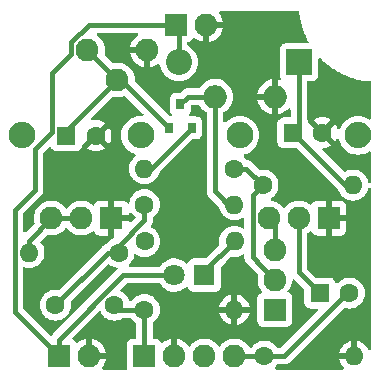
<source format=gtl>
%TF.GenerationSoftware,KiCad,Pcbnew,(5.99.0-3499-gca2252686-dirty)*%
%TF.CreationDate,2020-09-23T10:30:12+03:00*%
%TF.ProjectId,omega,6f6d6567-612e-46b6-9963-61645f706362,rev?*%
%TF.SameCoordinates,Original*%
%TF.FileFunction,Copper,L1,Top*%
%TF.FilePolarity,Positive*%
%FSLAX46Y46*%
G04 Gerber Fmt 4.6, Leading zero omitted, Abs format (unit mm)*
G04 Created by KiCad (PCBNEW (5.99.0-3499-gca2252686-dirty)) date 2020-09-23 10:30:12*
%MOMM*%
%LPD*%
G01*
G04 APERTURE LIST*
%TA.AperFunction,ComponentPad*%
%ADD10O,1.600000X1.600000*%
%TD*%
%TA.AperFunction,ComponentPad*%
%ADD11C,1.600000*%
%TD*%
%TA.AperFunction,ComponentPad*%
%ADD12C,1.800000*%
%TD*%
%TA.AperFunction,ComponentPad*%
%ADD13R,1.800000X1.800000*%
%TD*%
%TA.AperFunction,ComponentPad*%
%ADD14R,1.600000X1.600000*%
%TD*%
%TA.AperFunction,ComponentPad*%
%ADD15O,1.930400X1.930400*%
%TD*%
%TA.AperFunction,ComponentPad*%
%ADD16R,1.930400X1.930400*%
%TD*%
%TA.AperFunction,ComponentPad*%
%ADD17O,2.250000X2.250000*%
%TD*%
%TA.AperFunction,SMDPad,CuDef*%
%ADD18R,0.800000X0.900000*%
%TD*%
%TA.AperFunction,ComponentPad*%
%ADD19R,2.200000X2.200000*%
%TD*%
%TA.AperFunction,ComponentPad*%
%ADD20O,2.200000X2.200000*%
%TD*%
%TA.AperFunction,ComponentPad*%
%ADD21O,2.000000X2.000000*%
%TD*%
%TA.AperFunction,Conductor*%
%ADD22C,0.400000*%
%TD*%
G04 APERTURE END LIST*
D10*
%TO.P,R7,2*%
%TO.N,Net-(D2-Pad1)*%
X110246117Y-72324058D03*
D11*
%TO.P,R7,1*%
%TO.N,LED-*%
X102626117Y-72324058D03*
%TD*%
D12*
%TO.P,D2,2,A*%
%TO.N,+9V*%
X105156000Y-75184000D03*
D13*
%TO.P,D2,1,K*%
%TO.N,Net-(D2-Pad1)*%
X107696000Y-75184000D03*
%TD*%
D11*
%TO.P,C3,2*%
%TO.N,GND*%
X117689000Y-63119000D03*
D14*
%TO.P,C3,1*%
%TO.N,VCC*%
X115189000Y-63119000D03*
%TD*%
D15*
%TO.P,Q2,3,S*%
%TO.N,Net-(Q2-Pad3)*%
X113665000Y-73025000D03*
%TO.P,Q2,2,G*%
%TO.N,Net-(Q2-Pad2)*%
X113665000Y-75565000D03*
D16*
%TO.P,Q2,1,D*%
%TO.N,VCC*%
X113665000Y-78105000D03*
%TD*%
D17*
%TO.P,RV3,*%
%TO.N,*%
X120697000Y-63358000D03*
X110697000Y-63358000D03*
D15*
%TO.P,RV3,3,3*%
%TO.N,Net-(Q2-Pad3)*%
X113157000Y-70358000D03*
%TO.P,RV3,2,2*%
%TO.N,Net-(C7-Pad1)*%
X115697000Y-70358000D03*
D16*
%TO.P,RV3,1,1*%
%TO.N,GND*%
X118237000Y-70358000D03*
%TD*%
D17*
%TO.P,RV1,*%
%TO.N,*%
X102282000Y-63358000D03*
X92282000Y-63358000D03*
D15*
%TO.P,RV1,3,3*%
%TO.N,Net-(R2-Pad2)*%
X94742000Y-70358000D03*
%TO.P,RV1,2,2*%
X97282000Y-70358000D03*
D16*
%TO.P,RV1,1,1*%
%TO.N,GND*%
X99822000Y-70358000D03*
%TD*%
D11*
%TO.P,R5,1*%
%TO.N,Net-(Q2-Pad2)*%
X112649000Y-67564000D03*
D10*
%TO.P,R5,2*%
%TO.N,VCC*%
X120269000Y-67564000D03*
%TD*%
D11*
%TO.P,R2,1*%
%TO.N,Net-(C1-Pad2)*%
X100457000Y-73279000D03*
D10*
%TO.P,R2,2*%
%TO.N,Net-(R2-Pad2)*%
X92837000Y-73279000D03*
%TD*%
D18*
%TO.P,Q1,1,D*%
%TO.N,Net-(C6-Pad1)*%
X104714000Y-62722000D03*
%TO.P,Q1,2,S*%
%TO.N,Net-(Q1-Pad2)*%
X106614000Y-62722000D03*
%TO.P,Q1,3,G*%
%TO.N,Net-(C2-Pad1)*%
X105664000Y-60722000D03*
%TD*%
D11*
%TO.P,R3,1*%
%TO.N,Net-(C1-Pad2)*%
X102616000Y-69215000D03*
D10*
%TO.P,R3,2*%
%TO.N,Net-(C2-Pad1)*%
X110236000Y-69215000D03*
%TD*%
D19*
%TO.P,D1,1,K*%
%TO.N,VCC*%
X115697000Y-57150000D03*
D20*
%TO.P,D1,2,A*%
%TO.N,+9V*%
X105537000Y-57150000D03*
%TD*%
D14*
%TO.P,C6,1*%
%TO.N,Net-(C6-Pad1)*%
X96012000Y-63373000D03*
D11*
%TO.P,C6,2*%
%TO.N,GND*%
X98512000Y-63373000D03*
%TD*%
%TO.P,R4,1*%
%TO.N,Net-(Q2-Pad2)*%
X110236000Y-66167000D03*
D10*
%TO.P,R4,2*%
%TO.N,Net-(Q1-Pad2)*%
X102616000Y-66167000D03*
%TD*%
D16*
%TO.P,J3,1,Pin_1*%
%TO.N,+9V*%
X95377000Y-82042000D03*
D15*
%TO.P,J3,2,Pin_2*%
%TO.N,GND*%
X97917000Y-82042000D03*
%TD*%
D16*
%TO.P,J1,1,Pin_1*%
%TO.N,IN*%
X102616000Y-82042000D03*
D15*
%TO.P,J1,2,Pin_2*%
%TO.N,GND*%
X105156000Y-82042000D03*
%TO.P,J1,3,Pin_3*%
%TO.N,LED-*%
X107696000Y-82042000D03*
%TO.P,J1,4,Pin_4*%
%TO.N,OUT*%
X110236000Y-82042000D03*
%TD*%
D21*
%TO.P,C2,1*%
%TO.N,Net-(C2-Pad1)*%
X108585000Y-60071000D03*
%TO.P,C2,2*%
%TO.N,GND*%
X113665000Y-60071000D03*
%TD*%
D11*
%TO.P,C1,1*%
%TO.N,IN*%
X100076000Y-77724000D03*
%TO.P,C1,2*%
%TO.N,Net-(C1-Pad2)*%
X95076000Y-77724000D03*
%TD*%
D16*
%TO.P,J2,1,Pin_1*%
%TO.N,+9V*%
X105283000Y-53975000D03*
D15*
%TO.P,J2,2,Pin_2*%
%TO.N,GND*%
X107823000Y-53975000D03*
%TD*%
D14*
%TO.P,C7,1*%
%TO.N,Net-(C7-Pad1)*%
X117475000Y-76708000D03*
D11*
%TO.P,C7,2*%
%TO.N,OUT*%
X119975000Y-76708000D03*
%TD*%
D15*
%TO.P,RV2,1,1*%
%TO.N,GND*%
X102870000Y-56134000D03*
%TO.P,RV2,2,2*%
%TO.N,Net-(C6-Pad1)*%
X100330000Y-58674000D03*
%TO.P,RV2,3,3*%
X97790000Y-56134000D03*
%TD*%
D11*
%TO.P,R1,1*%
%TO.N,IN*%
X102616000Y-78105000D03*
D10*
%TO.P,R1,2*%
%TO.N,GND*%
X110236000Y-78105000D03*
%TD*%
D11*
%TO.P,R6,1*%
%TO.N,OUT*%
X112776000Y-82042000D03*
D10*
%TO.P,R6,2*%
%TO.N,GND*%
X120396000Y-82042000D03*
%TD*%
D22*
%TO.N,Net-(C1-Pad2)*%
X100457000Y-73279000D02*
X100457000Y-72717173D01*
X102616000Y-70558173D02*
X102616000Y-69215000D01*
X100457000Y-72717173D02*
X102616000Y-70558173D01*
%TO.N,Net-(C2-Pad1)*%
X108585000Y-60071000D02*
X106315000Y-60071000D01*
X106315000Y-60071000D02*
X105664000Y-60722000D01*
%TO.N,VCC*%
X115697000Y-57150000D02*
X115697000Y-62611000D01*
X115697000Y-62611000D02*
X115189000Y-63119000D01*
%TO.N,+9V*%
X105537000Y-57150000D02*
X105537000Y-54229000D01*
X105537000Y-54229000D02*
X105283000Y-53975000D01*
X97928502Y-53975000D02*
X105283000Y-53975000D01*
X93345000Y-64552002D02*
X94811999Y-63085003D01*
X96424799Y-56483201D02*
X96424799Y-55478703D01*
X96424799Y-55478703D02*
X97928502Y-53975000D01*
X94811999Y-63085003D02*
X94811999Y-58096001D01*
X91636999Y-69653001D02*
X93345000Y-67945000D01*
X94811999Y-58096001D02*
X96424799Y-56483201D01*
X95377000Y-82042000D02*
X91636999Y-78301999D01*
X93345000Y-67945000D02*
X93345000Y-64552002D01*
X91636999Y-78301999D02*
X91636999Y-69653001D01*
X95377000Y-80646998D02*
X100839998Y-75184000D01*
X95377000Y-82042000D02*
X95377000Y-80646998D01*
X100839998Y-75184000D02*
X105156000Y-75184000D01*
%TO.N,Net-(C6-Pad1)*%
X104714000Y-62722000D02*
X100666000Y-58674000D01*
X100666000Y-58674000D02*
X100330000Y-58674000D01*
%TO.N,Net-(Q1-Pad2)*%
X102616000Y-66167000D02*
X103169000Y-66167000D01*
X103169000Y-66167000D02*
X106614000Y-62722000D01*
%TO.N,Net-(D2-Pad1)*%
X107696000Y-75184000D02*
X107696000Y-74874175D01*
X107696000Y-74874175D02*
X110246117Y-72324058D01*
%TO.N,Net-(Q2-Pad2)*%
X110236000Y-66167000D02*
X111252000Y-66167000D01*
X111252000Y-66167000D02*
X112649000Y-67564000D01*
%TO.N,Net-(C2-Pad1)*%
X108585000Y-66675000D02*
X108585000Y-60071000D01*
X108585000Y-68072000D02*
X108585000Y-66675000D01*
X110236000Y-69723000D02*
X108585000Y-68072000D01*
%TO.N,Net-(Q2-Pad2)*%
X113665000Y-75565000D02*
X112522000Y-74422000D01*
X112649000Y-67564000D02*
X111791799Y-68421201D01*
X111791799Y-68421201D02*
X111791799Y-73691799D01*
X111791799Y-73691799D02*
X112522000Y-74422000D01*
%TO.N,Net-(C1-Pad2)*%
X95076000Y-77724000D02*
X99521000Y-73279000D01*
X99521000Y-73279000D02*
X100457000Y-73279000D01*
%TO.N,Net-(R2-Pad2)*%
X92837000Y-73279000D02*
X92837000Y-72263000D01*
X92837000Y-72263000D02*
X94742000Y-70358000D01*
%TO.N,OUT*%
X110236000Y-82042000D02*
X112776000Y-82042000D01*
%TO.N,VCC*%
X115189000Y-63119000D02*
X119634000Y-67564000D01*
X119634000Y-67564000D02*
X120269000Y-67564000D01*
X115189000Y-57277000D02*
X115443000Y-57023000D01*
%TO.N,IN*%
X102616000Y-78105000D02*
X100457000Y-78105000D01*
X100457000Y-78105000D02*
X100076000Y-77724000D01*
X102616000Y-82042000D02*
X102616000Y-78105000D01*
%TO.N,Net-(Q2-Pad3)*%
X113665000Y-73025000D02*
X113665000Y-70866000D01*
X113665000Y-70866000D02*
X113157000Y-70358000D01*
%TO.N,OUT*%
X112776000Y-82042000D02*
X114461002Y-82042000D01*
X119795002Y-76708000D02*
X119975000Y-76708000D01*
X114461002Y-82042000D02*
X119795002Y-76708000D01*
%TO.N,Net-(C7-Pad1)*%
X115697000Y-70358000D02*
X115697000Y-74930000D01*
X115697000Y-74930000D02*
X117475000Y-76708000D01*
%TO.N,Net-(R2-Pad2)*%
X94742000Y-70358000D02*
X97282000Y-70358000D01*
%TO.N,Net-(C6-Pad1)*%
X100330000Y-58674000D02*
X96012000Y-62992000D01*
X96012000Y-62992000D02*
X96012000Y-63373000D01*
X97790000Y-56134000D02*
X100330000Y-58674000D01*
%TD*%
%TA.AperFunction,Conductor*%
%TO.N,GND*%
G36*
X115737656Y-53009802D02*
G01*
X115761718Y-53234710D01*
X115762340Y-53253875D01*
X115765630Y-53271280D01*
X115766788Y-53282095D01*
X115767173Y-53285690D01*
X115771795Y-53303881D01*
X115855416Y-53746137D01*
X115857572Y-53765187D01*
X115862249Y-53782274D01*
X115864941Y-53796513D01*
X115871007Y-53814275D01*
X115915270Y-53975997D01*
X115989824Y-54248389D01*
X115992098Y-54260023D01*
X115993503Y-54267215D01*
X115999537Y-54283877D01*
X116000496Y-54287378D01*
X116003362Y-54297851D01*
X116010828Y-54315058D01*
X116143326Y-54680938D01*
X116164087Y-54738267D01*
X116169260Y-54756724D01*
X116176608Y-54772843D01*
X116181543Y-54786470D01*
X116190371Y-54803034D01*
X116373042Y-55203741D01*
X116377067Y-55212571D01*
X116383705Y-55230558D01*
X116383707Y-55230561D01*
X116383707Y-55230562D01*
X116392324Y-55246039D01*
X116398337Y-55259229D01*
X116408459Y-55275021D01*
X116554318Y-55537000D01*
X114596998Y-55537000D01*
X114383895Y-55583358D01*
X114383894Y-55583359D01*
X114383892Y-55583359D01*
X114261056Y-55662300D01*
X114261055Y-55662301D01*
X114225830Y-55702953D01*
X114165437Y-55772651D01*
X114104780Y-55905471D01*
X114104780Y-55905474D01*
X114084000Y-56049997D01*
X114084000Y-58250002D01*
X114167831Y-58635361D01*
X113919000Y-58583378D01*
X113919000Y-61557774D01*
X114061693Y-61531070D01*
X114290027Y-61448864D01*
X114502282Y-61331209D01*
X114692996Y-61181133D01*
X114769753Y-61097660D01*
X114830586Y-61061055D01*
X114901551Y-61063150D01*
X114960119Y-61103279D01*
X114988501Y-61182945D01*
X114988501Y-61806000D01*
X114388998Y-61806000D01*
X114175895Y-61852358D01*
X114175894Y-61852359D01*
X114175892Y-61852359D01*
X114053056Y-61931300D01*
X114053055Y-61931301D01*
X113981498Y-62013883D01*
X113957437Y-62041651D01*
X113896780Y-62174471D01*
X113896780Y-62174474D01*
X113876000Y-62318997D01*
X113876000Y-63919002D01*
X113915730Y-64101636D01*
X113922359Y-64132108D01*
X114001300Y-64254944D01*
X114111651Y-64350563D01*
X114244471Y-64411220D01*
X114316736Y-64421610D01*
X114388997Y-64432000D01*
X115500031Y-64432000D01*
X119018376Y-67950346D01*
X119035184Y-68013072D01*
X119131909Y-68220500D01*
X119259390Y-68402561D01*
X119263187Y-68407984D01*
X119425016Y-68569813D01*
X119612501Y-68701092D01*
X119687999Y-68736297D01*
X119819928Y-68797816D01*
X120041000Y-68857053D01*
X120269000Y-68877000D01*
X120497000Y-68857053D01*
X120718072Y-68797816D01*
X120850001Y-68736297D01*
X120925499Y-68701092D01*
X121112984Y-68569813D01*
X121274813Y-68407984D01*
X121406092Y-68220499D01*
X121441297Y-68145001D01*
X121502816Y-68013072D01*
X121536056Y-67889021D01*
X121544795Y-67856409D01*
X121581747Y-67795786D01*
X121645607Y-67764765D01*
X121716102Y-67773195D01*
X121770848Y-67818398D01*
X121792501Y-67889020D01*
X121792500Y-74636531D01*
X121792500Y-81373456D01*
X121772498Y-81441577D01*
X121718842Y-81488070D01*
X121648568Y-81498174D01*
X121583988Y-81468680D01*
X121552305Y-81426705D01*
X121533091Y-81385501D01*
X121401813Y-81198016D01*
X121239984Y-81036187D01*
X121052499Y-80904908D01*
X120845076Y-80808186D01*
X120650000Y-80755915D01*
X120650000Y-82296000D01*
X119109915Y-82296000D01*
X119162186Y-82491076D01*
X119258908Y-82698499D01*
X119390187Y-82885984D01*
X119473608Y-82969405D01*
X119507634Y-83031717D01*
X119502569Y-83102532D01*
X119460022Y-83159368D01*
X119384513Y-83184500D01*
X113787487Y-83184500D01*
X113719366Y-83164498D01*
X113672873Y-83110842D01*
X113662769Y-83040568D01*
X113698392Y-82969405D01*
X113781813Y-82885984D01*
X113876681Y-82750500D01*
X114439351Y-82750500D01*
X114478679Y-82753181D01*
X114498342Y-82754522D01*
X114498343Y-82754522D01*
X114541296Y-82747025D01*
X114564511Y-82742974D01*
X114604624Y-82738120D01*
X114631199Y-82734904D01*
X114648747Y-82728273D01*
X114667224Y-82725048D01*
X114728728Y-82698050D01*
X114791564Y-82674306D01*
X114807026Y-82663679D01*
X114824203Y-82656139D01*
X114877485Y-82615254D01*
X114932848Y-82577204D01*
X114974368Y-82530603D01*
X115716971Y-81788000D01*
X119109915Y-81788000D01*
X120142000Y-81788000D01*
X120142000Y-80755915D01*
X119946924Y-80808186D01*
X119739501Y-80904908D01*
X119552016Y-81036187D01*
X119390187Y-81198016D01*
X119258908Y-81385501D01*
X119162186Y-81592924D01*
X119109915Y-81788000D01*
X115716971Y-81788000D01*
X119555289Y-77949683D01*
X119746995Y-78001052D01*
X119746997Y-78001052D01*
X119747000Y-78001053D01*
X119975000Y-78021000D01*
X120203000Y-78001053D01*
X120424072Y-77941816D01*
X120563079Y-77876996D01*
X120631499Y-77845092D01*
X120818984Y-77713813D01*
X120980813Y-77551984D01*
X121112092Y-77364499D01*
X121153858Y-77274930D01*
X121208816Y-77157072D01*
X121268053Y-76936000D01*
X121288000Y-76708000D01*
X121268053Y-76480000D01*
X121208816Y-76258928D01*
X121138979Y-76109162D01*
X121112092Y-76051501D01*
X120980813Y-75864016D01*
X120818984Y-75702187D01*
X120631499Y-75570908D01*
X120541377Y-75528884D01*
X120424072Y-75474184D01*
X120203000Y-75414947D01*
X119975000Y-75395000D01*
X119747000Y-75414947D01*
X119525928Y-75474184D01*
X119408623Y-75528884D01*
X119318501Y-75570908D01*
X119131016Y-75702187D01*
X118975680Y-75857523D01*
X118913368Y-75891549D01*
X118842553Y-75886484D01*
X118785717Y-75843937D01*
X118763465Y-75795212D01*
X118741642Y-75694895D01*
X118741641Y-75694894D01*
X118741641Y-75694892D01*
X118662700Y-75572056D01*
X118612877Y-75528884D01*
X118552349Y-75476437D01*
X118547416Y-75474184D01*
X118419529Y-75415780D01*
X118347265Y-75405390D01*
X118275003Y-75395000D01*
X117163970Y-75395000D01*
X116405500Y-74636531D01*
X116405500Y-71662240D01*
X116491987Y-71600549D01*
X116651116Y-71487043D01*
X116651119Y-71487040D01*
X116735032Y-71427185D01*
X116884101Y-71659145D01*
X116994451Y-71754763D01*
X117127274Y-71815420D01*
X117271797Y-71836200D01*
X117983000Y-71836200D01*
X117983000Y-70612000D01*
X118491000Y-70612000D01*
X118491000Y-71836200D01*
X119202202Y-71836200D01*
X119415305Y-71789842D01*
X119538145Y-71710899D01*
X119633763Y-71600549D01*
X119694420Y-71467726D01*
X119715200Y-71323203D01*
X119715200Y-70612000D01*
X118491000Y-70612000D01*
X117983000Y-70612000D01*
X117983000Y-68879800D01*
X118491000Y-68879800D01*
X118491000Y-70104000D01*
X119715200Y-70104000D01*
X119715200Y-69392798D01*
X119668842Y-69179695D01*
X119589899Y-69056855D01*
X119479549Y-68961237D01*
X119346726Y-68900580D01*
X119202203Y-68879800D01*
X118491000Y-68879800D01*
X117983000Y-68879800D01*
X117271798Y-68879800D01*
X117058695Y-68926158D01*
X116935855Y-69005101D01*
X116840237Y-69115451D01*
X116750232Y-69312533D01*
X116705132Y-69276915D01*
X116705130Y-69276913D01*
X116515023Y-69126776D01*
X116515024Y-69126776D01*
X116515022Y-69126775D01*
X116302951Y-69009705D01*
X116262278Y-68995302D01*
X116074600Y-68928842D01*
X116074598Y-68928842D01*
X116074596Y-68928841D01*
X115901832Y-68898067D01*
X115836111Y-68886360D01*
X115593886Y-68883401D01*
X115593882Y-68883401D01*
X115354430Y-68920043D01*
X115124171Y-68995302D01*
X114909303Y-69107156D01*
X114909302Y-69107157D01*
X114715584Y-69252605D01*
X114658316Y-69312533D01*
X114548223Y-69427739D01*
X114425875Y-69607092D01*
X114328165Y-69456085D01*
X114165131Y-69276913D01*
X113975022Y-69126775D01*
X113762951Y-69009705D01*
X113722278Y-68995302D01*
X113534600Y-68928842D01*
X113534598Y-68928842D01*
X113534596Y-68928841D01*
X113391403Y-68903334D01*
X113327845Y-68871696D01*
X113291482Y-68810719D01*
X113293859Y-68739762D01*
X113341228Y-68676074D01*
X113492984Y-68569813D01*
X113654813Y-68407984D01*
X113786092Y-68220499D01*
X113821297Y-68145001D01*
X113882816Y-68013072D01*
X113942053Y-67792000D01*
X113962000Y-67564000D01*
X113942053Y-67336000D01*
X113941572Y-67334203D01*
X113911280Y-67221157D01*
X113882816Y-67114928D01*
X113821297Y-66982999D01*
X113786092Y-66907501D01*
X113654813Y-66720016D01*
X113492984Y-66558187D01*
X113305499Y-66426908D01*
X113230001Y-66391703D01*
X113098072Y-66330184D01*
X112877000Y-66270947D01*
X112649000Y-66251000D01*
X112421000Y-66270947D01*
X112420999Y-66270947D01*
X112362992Y-66276022D01*
X111768309Y-65681340D01*
X111729425Y-65636766D01*
X111674459Y-65598135D01*
X111621612Y-65556699D01*
X111621613Y-65556699D01*
X111621611Y-65556698D01*
X111604518Y-65548980D01*
X111599956Y-65545774D01*
X111589166Y-65538190D01*
X111567009Y-65529552D01*
X111526571Y-65513786D01*
X111519293Y-65510500D01*
X111465368Y-65486151D01*
X111465367Y-65486151D01*
X111465365Y-65486150D01*
X111446922Y-65482732D01*
X111429440Y-65475916D01*
X111362827Y-65467146D01*
X111339738Y-65462867D01*
X111241816Y-65323020D01*
X111241815Y-65323018D01*
X111079985Y-65161188D01*
X111079982Y-65161186D01*
X111079980Y-65161184D01*
X111079624Y-65160935D01*
X111079195Y-65160398D01*
X111072186Y-65153389D01*
X111072968Y-65152607D01*
X111035296Y-65105479D01*
X111027986Y-65034860D01*
X111060017Y-64971499D01*
X111122481Y-64935203D01*
X111203172Y-64915831D01*
X111440634Y-64817470D01*
X111440636Y-64817469D01*
X111659792Y-64683170D01*
X111855241Y-64516241D01*
X111911518Y-64450349D01*
X112022167Y-64320796D01*
X112022168Y-64320794D01*
X112022170Y-64320792D01*
X112156469Y-64101636D01*
X112156778Y-64100891D01*
X112254831Y-63864172D01*
X112314834Y-63614241D01*
X112335000Y-63358000D01*
X112314834Y-63101759D01*
X112254831Y-62851828D01*
X112156470Y-62614366D01*
X112063407Y-62462501D01*
X112022170Y-62395208D01*
X112018670Y-62391109D01*
X111855241Y-62199759D01*
X111659796Y-62032833D01*
X111659794Y-62032832D01*
X111659792Y-62032830D01*
X111440636Y-61898531D01*
X111440634Y-61898530D01*
X111203172Y-61800169D01*
X110953241Y-61740166D01*
X110697000Y-61720000D01*
X110440759Y-61740166D01*
X110190828Y-61800169D01*
X109953366Y-61898530D01*
X109953364Y-61898531D01*
X109734208Y-62032830D01*
X109734206Y-62032832D01*
X109734204Y-62032833D01*
X109538762Y-62199756D01*
X109515311Y-62227213D01*
X109455860Y-62266022D01*
X109384865Y-62266528D01*
X109324867Y-62228572D01*
X109293500Y-62145382D01*
X109293500Y-61402595D01*
X109361589Y-61364852D01*
X109422281Y-61331210D01*
X109489281Y-61278486D01*
X109612996Y-61181133D01*
X109777259Y-61002497D01*
X109910851Y-60799895D01*
X110010333Y-60578539D01*
X110073145Y-60344124D01*
X110075087Y-60325000D01*
X112178138Y-60325000D01*
X112191975Y-60416494D01*
X112266161Y-60647557D01*
X112376339Y-60863793D01*
X112519666Y-61059626D01*
X112692461Y-61230025D01*
X112890274Y-61370603D01*
X113108032Y-61477753D01*
X113340104Y-61548705D01*
X113411000Y-61558416D01*
X113411000Y-60325000D01*
X112178138Y-60325000D01*
X110075087Y-60325000D01*
X110097668Y-60102685D01*
X110098000Y-60070999D01*
X110078537Y-59829101D01*
X110075566Y-59817000D01*
X112178415Y-59817000D01*
X113411000Y-59817000D01*
X113411000Y-58582201D01*
X113371119Y-58586815D01*
X113137615Y-58652890D01*
X112917666Y-58755455D01*
X112716950Y-58891861D01*
X112540618Y-59058609D01*
X112393222Y-59251395D01*
X112278542Y-59465272D01*
X112199534Y-59694731D01*
X112178415Y-59817000D01*
X110075566Y-59817000D01*
X110072706Y-59805359D01*
X110045533Y-59694731D01*
X110020650Y-59593425D01*
X109925824Y-59370028D01*
X109796508Y-59164678D01*
X109636018Y-58982638D01*
X109448494Y-58828604D01*
X109448493Y-58828603D01*
X109448490Y-58828601D01*
X109238746Y-58706527D01*
X109238742Y-58706525D01*
X109012184Y-58619558D01*
X108839000Y-58583378D01*
X108774629Y-58569930D01*
X108693818Y-58566261D01*
X108532199Y-58558922D01*
X108532197Y-58558922D01*
X108291123Y-58586815D01*
X108057610Y-58652892D01*
X107837666Y-58755454D01*
X107636948Y-58891862D01*
X107540954Y-58982639D01*
X107460618Y-59058609D01*
X107313224Y-59251392D01*
X107299326Y-59277314D01*
X107253649Y-59362500D01*
X106336651Y-59362500D01*
X106277658Y-59358478D01*
X106211480Y-59370027D01*
X106144809Y-59378095D01*
X106144807Y-59378096D01*
X106144806Y-59378096D01*
X106127256Y-59384727D01*
X106108775Y-59387953D01*
X106047270Y-59414952D01*
X105984438Y-59438694D01*
X105968977Y-59449320D01*
X105951798Y-59456861D01*
X105898517Y-59497745D01*
X105860409Y-59523937D01*
X105843154Y-59535796D01*
X105801641Y-59582389D01*
X105625030Y-59759000D01*
X105263998Y-59759000D01*
X105050895Y-59805358D01*
X105050894Y-59805359D01*
X105050892Y-59805359D01*
X104928056Y-59884300D01*
X104832437Y-59994651D01*
X104771780Y-60127471D01*
X104761390Y-60199735D01*
X104751000Y-60271997D01*
X104751000Y-61172002D01*
X104794204Y-61370606D01*
X104797359Y-61385108D01*
X104838644Y-61449349D01*
X104876301Y-61507945D01*
X104910727Y-61537775D01*
X104949111Y-61597501D01*
X104949111Y-61668498D01*
X104910728Y-61728224D01*
X104828215Y-61759000D01*
X104752971Y-61759000D01*
X101798727Y-58804758D01*
X101806435Y-58746210D01*
X101808200Y-58674000D01*
X101806498Y-58653293D01*
X101788352Y-58432576D01*
X101729337Y-58197627D01*
X101719217Y-58174353D01*
X101632743Y-57975475D01*
X101608907Y-57938629D01*
X101501163Y-57772083D01*
X101338131Y-57592913D01*
X101148022Y-57442775D01*
X100935951Y-57325705D01*
X100845557Y-57293695D01*
X100707600Y-57244842D01*
X100707598Y-57244842D01*
X100707596Y-57244841D01*
X100534832Y-57214067D01*
X100469111Y-57202360D01*
X100226886Y-57199401D01*
X100226882Y-57199401D01*
X100067249Y-57223829D01*
X99987430Y-57236043D01*
X99917025Y-57259055D01*
X99204415Y-56546446D01*
X99234816Y-56446380D01*
X99242501Y-56387999D01*
X101417065Y-56387999D01*
X101459441Y-56576041D01*
X101550578Y-56800483D01*
X101677152Y-57007034D01*
X101835759Y-57190135D01*
X102022139Y-57344871D01*
X102231290Y-57467088D01*
X102457594Y-57553505D01*
X102616000Y-57585733D01*
X102616001Y-56388000D01*
X101417065Y-56387999D01*
X99242501Y-56387999D01*
X99266435Y-56206207D01*
X99268200Y-56134000D01*
X99248352Y-55892576D01*
X99189337Y-55657627D01*
X99162005Y-55594768D01*
X99092743Y-55435475D01*
X99066239Y-55394505D01*
X98961163Y-55232083D01*
X98798131Y-55052913D01*
X98615122Y-54908382D01*
X98574059Y-54850465D01*
X98570827Y-54779542D01*
X98606452Y-54718131D01*
X98693214Y-54683500D01*
X101970551Y-54683500D01*
X102038672Y-54703502D01*
X102085165Y-54757158D01*
X102095269Y-54827432D01*
X102046204Y-54910260D01*
X101888585Y-55028605D01*
X101721221Y-55203741D01*
X101584715Y-55403851D01*
X101482719Y-55623584D01*
X101417983Y-55857012D01*
X101415526Y-55880000D01*
X102616001Y-55880001D01*
X102616001Y-55880000D01*
X103124000Y-55880001D01*
X103123999Y-57586730D01*
X103177335Y-57579898D01*
X103409366Y-57510286D01*
X103626896Y-57403719D01*
X103745807Y-57318900D01*
X103812881Y-57295627D01*
X103881889Y-57312310D01*
X103930923Y-57363654D01*
X103939350Y-57393214D01*
X103941544Y-57392687D01*
X104002946Y-57648445D01*
X104011371Y-57668784D01*
X104098110Y-57878191D01*
X104099808Y-57882291D01*
X104232056Y-58098098D01*
X104396437Y-58290563D01*
X104588902Y-58454944D01*
X104804709Y-58587192D01*
X104804713Y-58587194D01*
X104910664Y-58631080D01*
X105038555Y-58684054D01*
X105284670Y-58743141D01*
X105537000Y-58763000D01*
X105789330Y-58743141D01*
X106035445Y-58684054D01*
X106163336Y-58631080D01*
X106269287Y-58587194D01*
X106269291Y-58587192D01*
X106485098Y-58454944D01*
X106677563Y-58290563D01*
X106841944Y-58098098D01*
X106974192Y-57882291D01*
X106975891Y-57878191D01*
X107062629Y-57668784D01*
X107071054Y-57648445D01*
X107130141Y-57402330D01*
X107150000Y-57150000D01*
X107130141Y-56897670D01*
X107071054Y-56651555D01*
X106974192Y-56417709D01*
X106841944Y-56201902D01*
X106677563Y-56009437D01*
X106485098Y-55845056D01*
X106245500Y-55698229D01*
X106245500Y-55453787D01*
X106248198Y-55453200D01*
X106248200Y-55453200D01*
X106365283Y-55427730D01*
X106461305Y-55406842D01*
X106461306Y-55406841D01*
X106461308Y-55406841D01*
X106584144Y-55327900D01*
X106665864Y-55233590D01*
X106679763Y-55217549D01*
X106771456Y-55016770D01*
X106975139Y-55185871D01*
X107184290Y-55308088D01*
X107410594Y-55394505D01*
X107569000Y-55426733D01*
X107569000Y-54229000D01*
X108077000Y-54229000D01*
X108077000Y-55427730D01*
X108130335Y-55420898D01*
X108362366Y-55351286D01*
X108579900Y-55244716D01*
X108777114Y-55104045D01*
X108948706Y-54933051D01*
X109090066Y-54736327D01*
X109197395Y-54519165D01*
X109267816Y-54287378D01*
X109275502Y-54229000D01*
X108077000Y-54229000D01*
X107569000Y-54229000D01*
X107569000Y-53721000D01*
X109278193Y-53721000D01*
X109222336Y-53498627D01*
X109125742Y-53276473D01*
X108994163Y-53073083D01*
X108967062Y-53043300D01*
X108936010Y-52979455D01*
X108944404Y-52908956D01*
X108989580Y-52854188D01*
X109060255Y-52832500D01*
X115718686Y-52832500D01*
X115737656Y-53009802D01*
G37*
%TD.AperFunction*%
%TA.AperFunction,Conductor*%
G36*
X98916759Y-78333000D02*
G01*
X98938908Y-78380499D01*
X99070187Y-78567984D01*
X99232016Y-78729813D01*
X99232019Y-78729815D01*
X99232020Y-78729816D01*
X99306854Y-78782215D01*
X99419501Y-78861092D01*
X99494999Y-78896297D01*
X99626928Y-78957816D01*
X99848000Y-79017053D01*
X100076000Y-79037000D01*
X100304000Y-79017053D01*
X100525072Y-78957816D01*
X100657001Y-78896297D01*
X100732499Y-78861092D01*
X100800467Y-78813500D01*
X101515319Y-78813500D01*
X101610187Y-78948984D01*
X101772018Y-79110815D01*
X101810756Y-79137940D01*
X101907501Y-79205681D01*
X101907500Y-80563800D01*
X101650798Y-80563800D01*
X101437695Y-80610158D01*
X101437694Y-80610159D01*
X101437692Y-80610159D01*
X101314856Y-80689100D01*
X101219237Y-80799451D01*
X101158580Y-80932271D01*
X101158580Y-80932274D01*
X101143640Y-81036184D01*
X101137800Y-81076800D01*
X101137800Y-83007200D01*
X101176369Y-83184500D01*
X99155863Y-83184500D01*
X99087742Y-83164498D01*
X99041249Y-83110842D01*
X99031145Y-83040568D01*
X99053540Y-82984974D01*
X99184066Y-82803327D01*
X99291395Y-82586165D01*
X99361816Y-82354378D01*
X99369502Y-82296000D01*
X97663000Y-82296000D01*
X97663000Y-81788000D01*
X98171000Y-81788000D01*
X99372193Y-81788000D01*
X99316336Y-81565627D01*
X99219742Y-81343473D01*
X99088163Y-81140083D01*
X98925131Y-80960913D01*
X98735022Y-80810775D01*
X98522951Y-80693705D01*
X98294597Y-80612841D01*
X98171000Y-80590825D01*
X98171000Y-81788000D01*
X97663000Y-81788000D01*
X97663000Y-80590490D01*
X97574430Y-80604043D01*
X97344171Y-80679302D01*
X97129304Y-80791156D01*
X96881699Y-80977064D01*
X96729901Y-80740857D01*
X96716219Y-80729001D01*
X96693116Y-80708983D01*
X96619547Y-80645235D01*
X96455606Y-80570361D01*
X98845590Y-78180377D01*
X98916759Y-78333000D01*
G37*
%TD.AperFunction*%
%TA.AperFunction,Conductor*%
G36*
X111083300Y-73670135D02*
G01*
X111079277Y-73729140D01*
X111090829Y-73795335D01*
X111095097Y-73830598D01*
X111098896Y-73861993D01*
X111105526Y-73879539D01*
X111108752Y-73898023D01*
X111135755Y-73959538D01*
X111159494Y-74022361D01*
X111170118Y-74037819D01*
X111174350Y-74047459D01*
X111177660Y-74055001D01*
X111202221Y-74087009D01*
X111218547Y-74108285D01*
X111244737Y-74146391D01*
X111256596Y-74163645D01*
X111303188Y-74205157D01*
X112050230Y-74952200D01*
X112050234Y-74952203D01*
X112250557Y-75152526D01*
X112230047Y-75226481D01*
X112212983Y-75288010D01*
X112187241Y-75528887D01*
X112201186Y-75770727D01*
X112254442Y-76007042D01*
X112345440Y-76231141D01*
X112345580Y-76231487D01*
X112472151Y-76438033D01*
X112608189Y-76595079D01*
X112363857Y-76752099D01*
X112363856Y-76752100D01*
X112268237Y-76862451D01*
X112207580Y-76995271D01*
X112207580Y-76995274D01*
X112186800Y-77139797D01*
X112186800Y-79070202D01*
X112218240Y-79214729D01*
X112233159Y-79283308D01*
X112312100Y-79406144D01*
X112422451Y-79501763D01*
X112555271Y-79562420D01*
X112627535Y-79572810D01*
X112699797Y-79583200D01*
X114630202Y-79583200D01*
X114843305Y-79536842D01*
X114843306Y-79536841D01*
X114843308Y-79536841D01*
X114966144Y-79457900D01*
X115061763Y-79347549D01*
X115122420Y-79214729D01*
X115132810Y-79142465D01*
X115143200Y-79070203D01*
X115143200Y-77139798D01*
X115096842Y-76926695D01*
X115096841Y-76926694D01*
X115096841Y-76926692D01*
X115017900Y-76803856D01*
X114907549Y-76708237D01*
X114774729Y-76647580D01*
X114774727Y-76647580D01*
X114719385Y-76622306D01*
X114881304Y-76396970D01*
X114932065Y-76326329D01*
X114946507Y-76297108D01*
X115039395Y-76109165D01*
X115047041Y-76084000D01*
X115109816Y-75877380D01*
X115138427Y-75660060D01*
X115167148Y-75595135D01*
X115226413Y-75556043D01*
X115297405Y-75555198D01*
X115352444Y-75587413D01*
X115772072Y-76007042D01*
X116162000Y-76396970D01*
X116162000Y-77508002D01*
X116208358Y-77721105D01*
X116208359Y-77721108D01*
X116287300Y-77843944D01*
X116397651Y-77939563D01*
X116530471Y-78000220D01*
X116588269Y-78008530D01*
X116674997Y-78021000D01*
X117175842Y-78021000D01*
X117243963Y-78041002D01*
X117290456Y-78094658D01*
X117300560Y-78164932D01*
X117264937Y-78236095D01*
X114167533Y-81333500D01*
X113876681Y-81333500D01*
X113781813Y-81198016D01*
X113619984Y-81036187D01*
X113432499Y-80904908D01*
X113357001Y-80869703D01*
X113225072Y-80808184D01*
X113004000Y-80748947D01*
X112776000Y-80729000D01*
X112548000Y-80748947D01*
X112326928Y-80808184D01*
X112194999Y-80869703D01*
X112119501Y-80904908D01*
X111932016Y-81036187D01*
X111770187Y-81198016D01*
X111675319Y-81333500D01*
X111532290Y-81333500D01*
X111407163Y-81140083D01*
X111349577Y-81076797D01*
X111244131Y-80960913D01*
X111054022Y-80810775D01*
X110841951Y-80693705D01*
X110801278Y-80679302D01*
X110613600Y-80612842D01*
X110613598Y-80612842D01*
X110613596Y-80612841D01*
X110422941Y-80578880D01*
X110375111Y-80570360D01*
X110132886Y-80567401D01*
X110132882Y-80567401D01*
X109893430Y-80604043D01*
X109663171Y-80679302D01*
X109448303Y-80791156D01*
X109422173Y-80810775D01*
X109254584Y-80936605D01*
X109215921Y-80977064D01*
X109087223Y-81111739D01*
X108964875Y-81291092D01*
X108867165Y-81140085D01*
X108704131Y-80960913D01*
X108514022Y-80810775D01*
X108301951Y-80693705D01*
X108261278Y-80679302D01*
X108073600Y-80612842D01*
X108073598Y-80612842D01*
X108073596Y-80612841D01*
X107882941Y-80578880D01*
X107835111Y-80570360D01*
X107592886Y-80567401D01*
X107592882Y-80567401D01*
X107353430Y-80604043D01*
X107123171Y-80679302D01*
X106908303Y-80791156D01*
X106882173Y-80810775D01*
X106714584Y-80936605D01*
X106675921Y-80977064D01*
X106547223Y-81111739D01*
X106424875Y-81291092D01*
X106327165Y-81140085D01*
X106164131Y-80960913D01*
X105974022Y-80810775D01*
X105761951Y-80693705D01*
X105533597Y-80612841D01*
X105410000Y-80590825D01*
X105410000Y-82296000D01*
X104902000Y-82296000D01*
X104902000Y-80590490D01*
X104813430Y-80604043D01*
X104583171Y-80679302D01*
X104368304Y-80791156D01*
X104120699Y-80977064D01*
X103968901Y-80740857D01*
X103955219Y-80729001D01*
X103858549Y-80645237D01*
X103725729Y-80584580D01*
X103653464Y-80574190D01*
X103581203Y-80563800D01*
X103324500Y-80563800D01*
X103324500Y-79205681D01*
X103459984Y-79110813D01*
X103621813Y-78948984D01*
X103753092Y-78761499D01*
X103788297Y-78686001D01*
X103849816Y-78554072D01*
X103902086Y-78359000D01*
X108949915Y-78359000D01*
X109002186Y-78554076D01*
X109098908Y-78761499D01*
X109230187Y-78948984D01*
X109392016Y-79110813D01*
X109579501Y-79242092D01*
X109786924Y-79338814D01*
X109982000Y-79391085D01*
X109982000Y-78359000D01*
X110490000Y-78359000D01*
X110490000Y-79391085D01*
X110685076Y-79338814D01*
X110892499Y-79242092D01*
X111079984Y-79110813D01*
X111241813Y-78948984D01*
X111373092Y-78761499D01*
X111469814Y-78554076D01*
X111522085Y-78359000D01*
X110490000Y-78359000D01*
X109982000Y-78359000D01*
X108949915Y-78359000D01*
X103902086Y-78359000D01*
X103909053Y-78333000D01*
X103929000Y-78105000D01*
X103909053Y-77877000D01*
X103902087Y-77851000D01*
X108949915Y-77851000D01*
X109982000Y-77851000D01*
X110490000Y-77851000D01*
X111522085Y-77851000D01*
X111469814Y-77655924D01*
X111373092Y-77448501D01*
X111241813Y-77261016D01*
X111079984Y-77099187D01*
X110892499Y-76967908D01*
X110685076Y-76871186D01*
X110490000Y-76818915D01*
X110490000Y-77851000D01*
X109982000Y-77851000D01*
X109982000Y-76818915D01*
X109786924Y-76871186D01*
X109579501Y-76967908D01*
X109392016Y-77099187D01*
X109230187Y-77261016D01*
X109098908Y-77448501D01*
X109002186Y-77655924D01*
X108949915Y-77851000D01*
X103902087Y-77851000D01*
X103849816Y-77655928D01*
X103775239Y-77495996D01*
X103753092Y-77448501D01*
X103621813Y-77261016D01*
X103459984Y-77099187D01*
X103414731Y-77067500D01*
X103385146Y-77046785D01*
X103272499Y-76967908D01*
X103184116Y-76926695D01*
X103065072Y-76871184D01*
X102844000Y-76811947D01*
X102616000Y-76792000D01*
X102388000Y-76811947D01*
X102166928Y-76871184D01*
X102047884Y-76926695D01*
X101959501Y-76967908D01*
X101846854Y-77046785D01*
X101817270Y-77067500D01*
X101772016Y-77099187D01*
X101610187Y-77261016D01*
X101515319Y-77396500D01*
X101342392Y-77396500D01*
X101309816Y-77274928D01*
X101227867Y-77099187D01*
X101213092Y-77067501D01*
X101081813Y-76880016D01*
X100919984Y-76718187D01*
X100905774Y-76708237D01*
X100732500Y-76586909D01*
X100723909Y-76582903D01*
X100532379Y-76493589D01*
X101133468Y-75892500D01*
X103938638Y-75892500D01*
X103976358Y-75961827D01*
X104072672Y-76084000D01*
X104124281Y-76149466D01*
X104301701Y-76309497D01*
X104503549Y-76437346D01*
X104638332Y-76493589D01*
X104724055Y-76529360D01*
X104956907Y-76582903D01*
X105195453Y-76596449D01*
X105195454Y-76596449D01*
X105432868Y-76569610D01*
X105432871Y-76569609D01*
X105432872Y-76569609D01*
X105662374Y-76503149D01*
X105662375Y-76503149D01*
X105662377Y-76503148D01*
X105877395Y-76398973D01*
X106071795Y-76260053D01*
X106113100Y-76218385D01*
X106175263Y-76184088D01*
X106246100Y-76188843D01*
X106303121Y-76231141D01*
X106325704Y-76280307D01*
X106329359Y-76297108D01*
X106408300Y-76419944D01*
X106518651Y-76515563D01*
X106651471Y-76576220D01*
X106723736Y-76586610D01*
X106795997Y-76597000D01*
X108596002Y-76597000D01*
X108809105Y-76550642D01*
X108809106Y-76550641D01*
X108809108Y-76550641D01*
X108931944Y-76471700D01*
X108961117Y-76438033D01*
X109027563Y-76361349D01*
X109043557Y-76326327D01*
X109088220Y-76228529D01*
X109098610Y-76156265D01*
X109109000Y-76084003D01*
X109109000Y-74463144D01*
X109534325Y-74037819D01*
X109960109Y-73612036D01*
X110018116Y-73617111D01*
X110018117Y-73617111D01*
X110246117Y-73637058D01*
X110474117Y-73617111D01*
X110695189Y-73557874D01*
X110781281Y-73517729D01*
X111083300Y-73376897D01*
X111083300Y-73670135D01*
G37*
%TD.AperFunction*%
%TA.AperFunction,Conductor*%
G36*
X102505089Y-61515060D02*
G01*
X102539115Y-61577372D01*
X102534050Y-61648187D01*
X102491503Y-61705023D01*
X102406109Y-61729767D01*
X102282001Y-61720000D01*
X102282000Y-61720000D01*
X102157895Y-61729767D01*
X102025759Y-61740166D01*
X101775828Y-61800169D01*
X101538366Y-61898530D01*
X101538364Y-61898531D01*
X101319208Y-62032830D01*
X101319206Y-62032832D01*
X101319204Y-62032833D01*
X101123759Y-62199759D01*
X100960331Y-62391109D01*
X100956830Y-62395208D01*
X100915593Y-62462501D01*
X100822530Y-62614366D01*
X100724169Y-62851828D01*
X100664166Y-63101759D01*
X100644000Y-63358000D01*
X100664166Y-63614241D01*
X100724169Y-63864172D01*
X100822222Y-64100891D01*
X100822531Y-64101636D01*
X100956830Y-64320792D01*
X100956832Y-64320794D01*
X100956833Y-64320796D01*
X101067482Y-64450349D01*
X101123759Y-64516241D01*
X101319208Y-64683170D01*
X101538364Y-64817469D01*
X101707481Y-64887520D01*
X101781413Y-64918144D01*
X101836693Y-64962693D01*
X101859114Y-65030056D01*
X101841556Y-65098847D01*
X101805466Y-65137765D01*
X101772020Y-65161184D01*
X101772018Y-65161186D01*
X101772015Y-65161188D01*
X101610187Y-65323016D01*
X101478908Y-65510501D01*
X101457366Y-65556699D01*
X101382184Y-65717928D01*
X101322947Y-65939000D01*
X101303000Y-66167000D01*
X101322947Y-66395000D01*
X101382184Y-66616072D01*
X101428932Y-66716324D01*
X101478908Y-66823499D01*
X101610187Y-67010984D01*
X101772016Y-67172813D01*
X101959501Y-67304092D01*
X102027921Y-67335996D01*
X102166928Y-67400816D01*
X102388000Y-67460053D01*
X102616000Y-67480000D01*
X102844000Y-67460053D01*
X103065072Y-67400816D01*
X103204079Y-67335996D01*
X103272499Y-67304092D01*
X103459984Y-67172813D01*
X103621813Y-67010984D01*
X103753092Y-66823499D01*
X103849816Y-66616071D01*
X103896639Y-66441330D01*
X106652970Y-63685000D01*
X107014002Y-63685000D01*
X107227105Y-63638642D01*
X107227106Y-63638641D01*
X107227108Y-63638641D01*
X107349944Y-63559700D01*
X107359814Y-63548310D01*
X107445563Y-63449349D01*
X107480430Y-63373000D01*
X107506220Y-63316529D01*
X107527000Y-63172000D01*
X107527000Y-62272000D01*
X107517258Y-62227213D01*
X107480642Y-62058895D01*
X107480641Y-62058894D01*
X107480641Y-62058892D01*
X107401700Y-61936056D01*
X107396213Y-61931301D01*
X107291349Y-61840437D01*
X107158529Y-61779780D01*
X107086264Y-61769390D01*
X107014003Y-61759000D01*
X106503151Y-61759000D01*
X106435030Y-61738998D01*
X106388537Y-61685342D01*
X106378433Y-61615068D01*
X106407926Y-61550488D01*
X106438625Y-61515060D01*
X106495563Y-61449349D01*
X106556220Y-61316529D01*
X106568657Y-61230025D01*
X106577000Y-61172003D01*
X106577000Y-60810970D01*
X106608470Y-60779500D01*
X107253389Y-60779500D01*
X107296337Y-60863791D01*
X107296339Y-60863794D01*
X107439666Y-61059626D01*
X107612461Y-61230025D01*
X107810279Y-61370607D01*
X107876501Y-61403196D01*
X107876500Y-66716316D01*
X107876501Y-66716324D01*
X107876500Y-68050348D01*
X107876415Y-68051591D01*
X107872478Y-68109341D01*
X107884027Y-68175519D01*
X107892095Y-68242190D01*
X107892096Y-68242192D01*
X107892096Y-68242193D01*
X107898727Y-68259743D01*
X107901953Y-68278224D01*
X107928952Y-68339729D01*
X107952694Y-68402561D01*
X107963320Y-68418022D01*
X107970861Y-68435201D01*
X108011748Y-68488486D01*
X108049794Y-68543843D01*
X108049796Y-68543844D01*
X108049796Y-68543845D01*
X108096391Y-68585360D01*
X108938890Y-69427860D01*
X108942947Y-69443000D01*
X109002184Y-69664070D01*
X109002184Y-69664071D01*
X109098908Y-69871499D01*
X109230187Y-70058984D01*
X109392016Y-70220813D01*
X109579501Y-70352092D01*
X109654999Y-70387297D01*
X109786928Y-70448816D01*
X110008000Y-70508053D01*
X110236000Y-70528000D01*
X110464000Y-70508053D01*
X110685072Y-70448816D01*
X110845240Y-70374129D01*
X110902492Y-70347432D01*
X110904104Y-70350890D01*
X110952298Y-70334635D01*
X111021159Y-70351918D01*
X111069745Y-70403686D01*
X111083299Y-70460536D01*
X111083300Y-70895338D01*
X111083300Y-71271221D01*
X110902620Y-71186969D01*
X110902617Y-71186967D01*
X110695189Y-71090242D01*
X110474117Y-71031005D01*
X110246117Y-71011058D01*
X110018117Y-71031005D01*
X109797045Y-71090242D01*
X109665116Y-71151761D01*
X109589618Y-71186966D01*
X109402133Y-71318245D01*
X109240304Y-71480074D01*
X109240302Y-71480077D01*
X109240301Y-71480078D01*
X109187902Y-71554912D01*
X109109025Y-71667559D01*
X109098053Y-71691089D01*
X109012301Y-71874986D01*
X108953064Y-72096058D01*
X108933117Y-72324058D01*
X108953064Y-72552058D01*
X108958139Y-72610066D01*
X107797206Y-73771000D01*
X106795998Y-73771000D01*
X106582895Y-73817358D01*
X106582894Y-73817359D01*
X106582892Y-73817359D01*
X106460056Y-73896300D01*
X106460055Y-73896301D01*
X106364436Y-74006652D01*
X106239553Y-74280105D01*
X106092282Y-74125726D01*
X106092280Y-74125724D01*
X105953355Y-74022361D01*
X105900589Y-73983102D01*
X105687605Y-73874815D01*
X105687602Y-73874814D01*
X105687600Y-73874813D01*
X105459426Y-73803963D01*
X105459423Y-73803963D01*
X105459421Y-73803962D01*
X105222561Y-73772569D01*
X105222558Y-73772569D01*
X105103180Y-73777050D01*
X104983799Y-73781532D01*
X104749960Y-73830597D01*
X104749958Y-73830598D01*
X104749957Y-73830598D01*
X104527734Y-73918357D01*
X104527730Y-73918359D01*
X104323466Y-74042310D01*
X104143005Y-74198906D01*
X104072566Y-74284813D01*
X103991510Y-74383667D01*
X103973054Y-74416091D01*
X103939236Y-74475500D01*
X101414487Y-74475500D01*
X101346366Y-74455498D01*
X101299873Y-74401842D01*
X101289769Y-74331568D01*
X101325392Y-74260405D01*
X101462813Y-74122984D01*
X101594092Y-73935499D01*
X101649181Y-73817358D01*
X101690816Y-73728072D01*
X101721908Y-73612036D01*
X101795086Y-73338942D01*
X101969615Y-73461148D01*
X101969617Y-73461149D01*
X102177045Y-73557874D01*
X102398117Y-73617111D01*
X102626117Y-73637058D01*
X102854117Y-73617111D01*
X103075189Y-73557874D01*
X103207118Y-73496355D01*
X103282616Y-73461150D01*
X103402941Y-73376897D01*
X103470097Y-73329874D01*
X103470098Y-73329873D01*
X103470101Y-73329871D01*
X103631930Y-73168042D01*
X103763209Y-72980557D01*
X103798414Y-72905059D01*
X103859933Y-72773130D01*
X103919170Y-72552058D01*
X103939117Y-72324058D01*
X103919170Y-72096058D01*
X103859933Y-71874986D01*
X103774181Y-71691089D01*
X103763209Y-71667559D01*
X103684332Y-71554912D01*
X103631933Y-71480078D01*
X103631932Y-71480077D01*
X103631930Y-71480074D01*
X103470101Y-71318245D01*
X103463299Y-71313482D01*
X103282617Y-71186967D01*
X103092565Y-71098345D01*
X103132093Y-71047934D01*
X103146234Y-71035598D01*
X103184864Y-70980633D01*
X103226302Y-70927785D01*
X103234021Y-70910689D01*
X103240014Y-70902162D01*
X103244810Y-70895339D01*
X103251189Y-70878977D01*
X103269211Y-70832752D01*
X103283519Y-70801064D01*
X103296850Y-70771540D01*
X103300269Y-70753093D01*
X103307084Y-70735613D01*
X103315853Y-70669004D01*
X103328091Y-70602974D01*
X103324500Y-70540692D01*
X103324500Y-70315681D01*
X103459984Y-70220813D01*
X103621813Y-70058984D01*
X103753092Y-69871499D01*
X103788297Y-69796001D01*
X103849816Y-69664072D01*
X103909053Y-69443000D01*
X103929000Y-69215000D01*
X103909053Y-68987000D01*
X103849816Y-68765928D01*
X103758368Y-68569816D01*
X103753092Y-68558501D01*
X103621813Y-68371016D01*
X103459984Y-68209187D01*
X103272499Y-68077908D01*
X103197001Y-68042703D01*
X103065072Y-67981184D01*
X102844000Y-67921947D01*
X102616000Y-67902000D01*
X102388000Y-67921947D01*
X102166928Y-67981184D01*
X102034999Y-68042703D01*
X101959501Y-68077908D01*
X101772016Y-68209187D01*
X101610187Y-68371016D01*
X101478908Y-68558501D01*
X101473632Y-68569816D01*
X101382184Y-68765928D01*
X101373767Y-68797341D01*
X101279859Y-69147802D01*
X101064549Y-68961237D01*
X100931726Y-68900580D01*
X100787203Y-68879800D01*
X100076000Y-68879800D01*
X100076000Y-70104000D01*
X101300200Y-70104000D01*
X101300200Y-70015898D01*
X101320202Y-69947777D01*
X101373858Y-69901284D01*
X101444132Y-69891180D01*
X101529413Y-69943627D01*
X101610187Y-70058984D01*
X101861703Y-70310500D01*
X101515295Y-70656908D01*
X101452983Y-70690934D01*
X101382168Y-70685869D01*
X101325332Y-70643322D01*
X101314907Y-70612000D01*
X100076000Y-70612000D01*
X100076000Y-72013442D01*
X100007930Y-72045183D01*
X100007928Y-72045184D01*
X99800500Y-72141909D01*
X99800499Y-72141910D01*
X99613016Y-72273187D01*
X99451187Y-72435016D01*
X99349024Y-72580919D01*
X99314777Y-72595953D01*
X99314775Y-72595953D01*
X99253270Y-72622952D01*
X99190438Y-72646694D01*
X99174977Y-72657320D01*
X99157798Y-72664861D01*
X99104517Y-72705745D01*
X99066409Y-72731937D01*
X99049154Y-72743796D01*
X99007642Y-72790388D01*
X95362008Y-76436022D01*
X95304001Y-76430947D01*
X95304000Y-76430947D01*
X95076000Y-76411000D01*
X94848000Y-76430947D01*
X94626928Y-76490184D01*
X94542917Y-76529359D01*
X94419501Y-76586908D01*
X94232016Y-76718187D01*
X94070187Y-76880016D01*
X93938908Y-77067501D01*
X93924133Y-77099187D01*
X93842184Y-77274928D01*
X93782947Y-77496000D01*
X93763000Y-77724000D01*
X93782947Y-77952000D01*
X93842184Y-78173072D01*
X93903703Y-78305001D01*
X93938908Y-78380499D01*
X94070187Y-78567984D01*
X94232016Y-78729813D01*
X94232019Y-78729815D01*
X94232020Y-78729816D01*
X94306854Y-78782215D01*
X94419501Y-78861092D01*
X94494999Y-78896297D01*
X94626928Y-78957816D01*
X94848000Y-79017053D01*
X95076000Y-79037000D01*
X95304000Y-79017053D01*
X95525072Y-78957816D01*
X95657001Y-78896297D01*
X95732499Y-78861092D01*
X95845146Y-78782215D01*
X95919980Y-78729816D01*
X95919981Y-78729815D01*
X95919984Y-78729813D01*
X96081813Y-78567984D01*
X96213092Y-78380499D01*
X96248297Y-78305001D01*
X96309816Y-78173072D01*
X96369053Y-77952000D01*
X96389000Y-77724000D01*
X96369053Y-77496000D01*
X96369052Y-77495996D01*
X96363978Y-77437992D01*
X99556635Y-74245335D01*
X99800501Y-74416092D01*
X99885009Y-74455498D01*
X100007928Y-74512816D01*
X100100161Y-74537530D01*
X100403277Y-74618752D01*
X100384400Y-74637629D01*
X100368152Y-74648796D01*
X100326640Y-74695388D01*
X94891334Y-80130695D01*
X94846768Y-80169572D01*
X94808133Y-80224542D01*
X94699745Y-80362775D01*
X92345499Y-78008530D01*
X92345499Y-74501447D01*
X92387928Y-74512816D01*
X92609000Y-74572053D01*
X92837000Y-74592000D01*
X93065000Y-74572053D01*
X93286072Y-74512816D01*
X93418001Y-74451297D01*
X93493499Y-74416092D01*
X93614211Y-74331568D01*
X93680980Y-74284816D01*
X93680981Y-74284815D01*
X93680984Y-74284813D01*
X93842813Y-74122984D01*
X93974092Y-73935499D01*
X94029181Y-73817358D01*
X94070816Y-73728072D01*
X94130053Y-73507000D01*
X94150000Y-73279000D01*
X94130053Y-73051000D01*
X94070816Y-72829928D01*
X93990328Y-72657320D01*
X93974092Y-72622501D01*
X93924767Y-72552058D01*
X93842816Y-72435020D01*
X93754883Y-72347087D01*
X94325331Y-71776639D01*
X94566974Y-71825803D01*
X94809052Y-71834678D01*
X94809056Y-71834678D01*
X95049335Y-71803898D01*
X95281361Y-71734287D01*
X95281364Y-71734286D01*
X95281366Y-71734285D01*
X95498900Y-71627716D01*
X95498902Y-71627715D01*
X95644515Y-71523850D01*
X95696114Y-71487045D01*
X95867706Y-71316051D01*
X96001505Y-71129851D01*
X96089150Y-71231031D01*
X96089151Y-71231033D01*
X96247758Y-71414134D01*
X96434139Y-71568871D01*
X96643291Y-71691089D01*
X96865882Y-71776088D01*
X96869598Y-71777507D01*
X97106975Y-71825803D01*
X97349052Y-71834678D01*
X97349056Y-71834678D01*
X97589335Y-71803898D01*
X97821361Y-71734287D01*
X97821364Y-71734286D01*
X97821366Y-71734285D01*
X98038900Y-71627717D01*
X98165468Y-71537436D01*
X98236116Y-71487043D01*
X98236118Y-71487041D01*
X98320032Y-71427185D01*
X98469101Y-71659145D01*
X98579451Y-71754763D01*
X98712274Y-71815420D01*
X98856797Y-71836200D01*
X99568000Y-71836200D01*
X99568000Y-68879800D01*
X98856798Y-68879800D01*
X98643695Y-68926158D01*
X98520855Y-69005101D01*
X98425237Y-69115451D01*
X98335232Y-69312533D01*
X98290132Y-69276915D01*
X98290130Y-69276913D01*
X98100023Y-69126776D01*
X98100024Y-69126776D01*
X98100022Y-69126775D01*
X97887951Y-69009705D01*
X97847278Y-68995302D01*
X97659600Y-68928842D01*
X97659598Y-68928842D01*
X97659596Y-68928841D01*
X97486832Y-68898067D01*
X97421111Y-68886360D01*
X97178886Y-68883401D01*
X97178882Y-68883401D01*
X96939430Y-68920043D01*
X96709171Y-68995302D01*
X96494303Y-69107156D01*
X96494302Y-69107157D01*
X96300584Y-69252605D01*
X96243316Y-69312533D01*
X96133223Y-69427739D01*
X96010875Y-69607092D01*
X95913165Y-69456085D01*
X95750131Y-69276913D01*
X95560022Y-69126775D01*
X95347951Y-69009705D01*
X95307278Y-68995302D01*
X95119600Y-68928842D01*
X95119598Y-68928842D01*
X95119596Y-68928841D01*
X94946832Y-68898067D01*
X94881111Y-68886360D01*
X94638886Y-68883401D01*
X94638882Y-68883401D01*
X94399430Y-68920043D01*
X94169171Y-68995302D01*
X93954303Y-69107156D01*
X93954302Y-69107157D01*
X93760584Y-69252605D01*
X93703316Y-69312533D01*
X93593221Y-69427741D01*
X93456715Y-69627851D01*
X93456713Y-69627854D01*
X93456713Y-69627855D01*
X93354720Y-69847580D01*
X93354719Y-69847584D01*
X93327296Y-69946469D01*
X93289983Y-70081013D01*
X93267148Y-70294686D01*
X93264241Y-70321887D01*
X93278186Y-70563727D01*
X93299185Y-70656908D01*
X93325019Y-70771540D01*
X93325289Y-70772740D01*
X92560595Y-71537436D01*
X92498282Y-71571461D01*
X92427467Y-71566397D01*
X92370631Y-71523850D01*
X92345499Y-71448341D01*
X92345499Y-69946470D01*
X93830664Y-68461306D01*
X93875233Y-68422427D01*
X93913869Y-68367453D01*
X93955302Y-68314612D01*
X93963021Y-68297516D01*
X93966970Y-68291897D01*
X93973810Y-68282166D01*
X93989395Y-68242190D01*
X93998211Y-68219579D01*
X94025850Y-68158366D01*
X94029269Y-68139921D01*
X94036084Y-68122440D01*
X94044853Y-68055831D01*
X94057091Y-67989801D01*
X94053500Y-67927519D01*
X94053500Y-64845471D01*
X94198107Y-64700864D01*
X94654402Y-64244571D01*
X94745358Y-64386105D01*
X94745359Y-64386108D01*
X94824300Y-64508944D01*
X94934651Y-64604563D01*
X95067471Y-64665220D01*
X95139735Y-64675610D01*
X95211997Y-64686000D01*
X96812002Y-64686000D01*
X97025105Y-64639642D01*
X97025106Y-64639641D01*
X97025108Y-64639641D01*
X97147944Y-64560700D01*
X97196361Y-64504824D01*
X97235112Y-64460102D01*
X97784109Y-64460102D01*
X97855501Y-64510092D01*
X98062930Y-64606816D01*
X98283996Y-64666052D01*
X98512000Y-64685999D01*
X98740004Y-64666052D01*
X98961070Y-64606816D01*
X99168499Y-64510092D01*
X99239891Y-64460102D01*
X98512000Y-63732210D01*
X97784109Y-64460102D01*
X97235112Y-64460102D01*
X97243563Y-64450349D01*
X97255900Y-64423335D01*
X97304220Y-64317529D01*
X97320334Y-64205455D01*
X98152789Y-63373000D01*
X98871210Y-63373000D01*
X99599102Y-64100891D01*
X99649092Y-64029499D01*
X99745816Y-63822070D01*
X99805052Y-63601004D01*
X99824999Y-63373000D01*
X99805052Y-63144996D01*
X99745816Y-62923930D01*
X99649092Y-62716501D01*
X99599102Y-62645109D01*
X98871210Y-63373000D01*
X98152789Y-63373000D01*
X99239892Y-62285898D01*
X99168499Y-62235908D01*
X98961070Y-62139184D01*
X98740004Y-62079948D01*
X98512000Y-62060001D01*
X98284001Y-62079947D01*
X98249208Y-62089270D01*
X98178231Y-62087580D01*
X98119435Y-62047786D01*
X98091487Y-61982522D01*
X98103260Y-61912508D01*
X98127501Y-61878468D01*
X98603375Y-61402594D01*
X99913331Y-60092639D01*
X100154974Y-60141803D01*
X100397052Y-60150678D01*
X100397056Y-60150678D01*
X100637335Y-60119898D01*
X100869361Y-60050287D01*
X100870899Y-60049533D01*
X100984106Y-59994076D01*
X102505089Y-61515060D01*
G37*
%TD.AperFunction*%
%TA.AperFunction,Conductor*%
G36*
X117528291Y-56833784D02*
G01*
X117585269Y-56895085D01*
X117597247Y-56910060D01*
X117610312Y-56922028D01*
X117620174Y-56932639D01*
X117626128Y-56937450D01*
X117634771Y-56944435D01*
X117856617Y-57147671D01*
X117966648Y-57248471D01*
X117979788Y-57262435D01*
X117979791Y-57262438D01*
X117993772Y-57273319D01*
X118002923Y-57281703D01*
X118004458Y-57283109D01*
X118019952Y-57293695D01*
X118298244Y-57510286D01*
X118375154Y-57570144D01*
X118389362Y-57583001D01*
X118393522Y-57585733D01*
X118404164Y-57592722D01*
X118415605Y-57601626D01*
X118431909Y-57610942D01*
X118808123Y-57858003D01*
X118823323Y-57869685D01*
X118838864Y-57878191D01*
X118850976Y-57886145D01*
X118867960Y-57894116D01*
X119262798Y-58110222D01*
X119278880Y-58120643D01*
X119295053Y-58127875D01*
X119307760Y-58134830D01*
X119307762Y-58134831D01*
X119325333Y-58141416D01*
X119736221Y-58325156D01*
X119753092Y-58334256D01*
X119760195Y-58336770D01*
X119769783Y-58340165D01*
X119783019Y-58346083D01*
X119801073Y-58351241D01*
X119909068Y-58389469D01*
X120225365Y-58501433D01*
X120242910Y-58509150D01*
X120260028Y-58513703D01*
X120273691Y-58518539D01*
X120273694Y-58518540D01*
X120273695Y-58518540D01*
X120292092Y-58522231D01*
X120430056Y-58558922D01*
X120727069Y-58637913D01*
X120745179Y-58644199D01*
X120762598Y-58647362D01*
X120776610Y-58651088D01*
X120795258Y-58653292D01*
X121238096Y-58733715D01*
X121256657Y-58738530D01*
X121256661Y-58738531D01*
X121274288Y-58740288D01*
X121288538Y-58742876D01*
X121307287Y-58743578D01*
X121755189Y-58788229D01*
X121774055Y-58791537D01*
X121791759Y-58791875D01*
X121792501Y-58791949D01*
X121792501Y-61889165D01*
X121772499Y-61957286D01*
X121718843Y-62003779D01*
X121648569Y-62013883D01*
X121600668Y-61996599D01*
X121494110Y-61931300D01*
X121440635Y-61898530D01*
X121203172Y-61800169D01*
X120953241Y-61740166D01*
X120697000Y-61720000D01*
X120440759Y-61740166D01*
X120190828Y-61800169D01*
X119953366Y-61898530D01*
X119953364Y-61898531D01*
X119734208Y-62032830D01*
X119734206Y-62032832D01*
X119734204Y-62032833D01*
X119538759Y-62199759D01*
X119375331Y-62391109D01*
X119371830Y-62395208D01*
X119330593Y-62462501D01*
X119237530Y-62614365D01*
X119179440Y-62754608D01*
X119134892Y-62809889D01*
X119067528Y-62832310D01*
X118998737Y-62814752D01*
X118941325Y-62739002D01*
X118922816Y-62669930D01*
X118826092Y-62462501D01*
X118776102Y-62391109D01*
X118048210Y-63119000D01*
X118776102Y-63846891D01*
X118826092Y-63775499D01*
X118866226Y-63689430D01*
X118913143Y-63636144D01*
X118981420Y-63616683D01*
X119049380Y-63637225D01*
X119102940Y-63713265D01*
X119139169Y-63864172D01*
X119237222Y-64100891D01*
X119237531Y-64101636D01*
X119371830Y-64320792D01*
X119371832Y-64320794D01*
X119371833Y-64320796D01*
X119482482Y-64450349D01*
X119538759Y-64516241D01*
X119734208Y-64683170D01*
X119953364Y-64817469D01*
X119953366Y-64817470D01*
X120190828Y-64915831D01*
X120440759Y-64975834D01*
X120697000Y-64996000D01*
X120953241Y-64975834D01*
X121203172Y-64915831D01*
X121440635Y-64817470D01*
X121536515Y-64758714D01*
X121600667Y-64719402D01*
X121669200Y-64700864D01*
X121736876Y-64722320D01*
X121782209Y-64776959D01*
X121792501Y-64826835D01*
X121792501Y-67238979D01*
X121772499Y-67307100D01*
X121718843Y-67353593D01*
X121648569Y-67363697D01*
X121583989Y-67334203D01*
X121544795Y-67271591D01*
X121518326Y-67172813D01*
X121502816Y-67114928D01*
X121441297Y-66982999D01*
X121406092Y-66907501D01*
X121274813Y-66720016D01*
X121112984Y-66558187D01*
X120925499Y-66426908D01*
X120850001Y-66391703D01*
X120718072Y-66330184D01*
X120497000Y-66270947D01*
X120269000Y-66251000D01*
X120041000Y-66270947D01*
X119819928Y-66330184D01*
X119612500Y-66426909D01*
X119612496Y-66426912D01*
X119535013Y-66463043D01*
X117709921Y-64637951D01*
X117675895Y-64575639D01*
X117680960Y-64504824D01*
X117723507Y-64447988D01*
X117788035Y-64423335D01*
X117917004Y-64412052D01*
X118138070Y-64352816D01*
X118345499Y-64256092D01*
X118416892Y-64206102D01*
X116494274Y-62283485D01*
X116455642Y-62105894D01*
X116438696Y-62079524D01*
X116408089Y-62031898D01*
X116961109Y-62031898D01*
X117689000Y-62759790D01*
X118416891Y-62031898D01*
X118345499Y-61981908D01*
X118138070Y-61885184D01*
X117917004Y-61825948D01*
X117689000Y-61806001D01*
X117460996Y-61825948D01*
X117239930Y-61885184D01*
X117032501Y-61981908D01*
X116961109Y-62031898D01*
X116408089Y-62031898D01*
X116405500Y-62027870D01*
X116405500Y-58763000D01*
X116797002Y-58763000D01*
X117010105Y-58716642D01*
X117010106Y-58716641D01*
X117010108Y-58716641D01*
X117132944Y-58637700D01*
X117228563Y-58527349D01*
X117289220Y-58394529D01*
X117310000Y-58250000D01*
X117310000Y-56919565D01*
X117330002Y-56851444D01*
X117383658Y-56804951D01*
X117453932Y-56794847D01*
X117528291Y-56833784D01*
G37*
%TD.AperFunction*%
%TD*%
M02*

</source>
